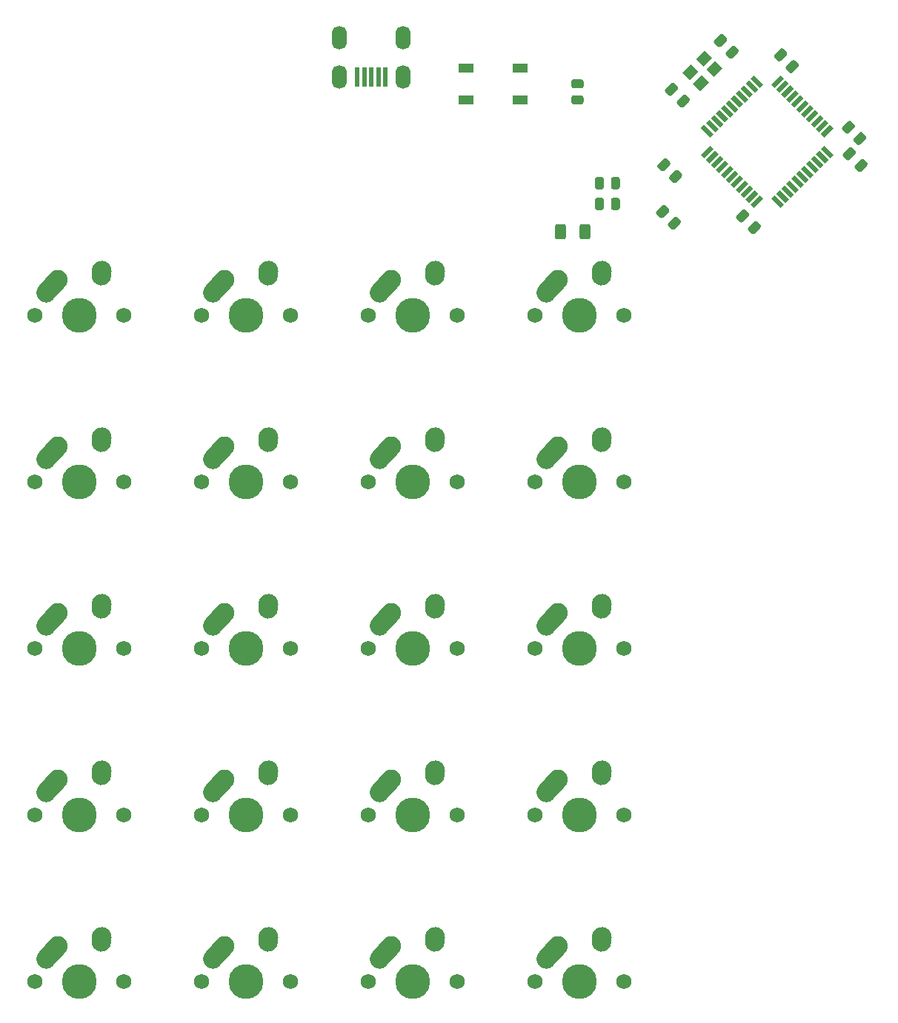
<source format=gbr>
%TF.GenerationSoftware,KiCad,Pcbnew,(5.1.9)-1*%
%TF.CreationDate,2021-04-12T01:02:27-04:00*%
%TF.ProjectId,Genesis Numpad,47656e65-7369-4732-904e-756d7061642e,rev?*%
%TF.SameCoordinates,Original*%
%TF.FileFunction,Soldermask,Bot*%
%TF.FilePolarity,Negative*%
%FSLAX46Y46*%
G04 Gerber Fmt 4.6, Leading zero omitted, Abs format (unit mm)*
G04 Created by KiCad (PCBNEW (5.1.9)-1) date 2021-04-12 01:02:27*
%MOMM*%
%LPD*%
G01*
G04 APERTURE LIST*
%ADD10C,0.100000*%
%ADD11O,1.700000X2.700000*%
%ADD12R,0.500000X2.250000*%
%ADD13R,1.800000X1.100000*%
%ADD14C,1.750000*%
%ADD15C,2.250000*%
%ADD16C,3.987800*%
G04 APERTURE END LIST*
D10*
%TO.C,Y1*%
G36*
X115899130Y-23723180D02*
G01*
X116747658Y-24571708D01*
X115757708Y-25561658D01*
X114909180Y-24713130D01*
X115899130Y-23723180D01*
G37*
G36*
X114343495Y-25278815D02*
G01*
X115192023Y-26127343D01*
X114202073Y-27117293D01*
X113353545Y-26268765D01*
X114343495Y-25278815D01*
G37*
G36*
X115545576Y-26480896D02*
G01*
X116394104Y-27329424D01*
X115404154Y-28319374D01*
X114555626Y-27470846D01*
X115545576Y-26480896D01*
G37*
G36*
X117101211Y-24925261D02*
G01*
X117949739Y-25773789D01*
X116959789Y-26763739D01*
X116111261Y-25915211D01*
X117101211Y-24925261D01*
G37*
%TD*%
D11*
%TO.C,USB1*%
X74137500Y-22225000D03*
X81437500Y-22225000D03*
X81437500Y-26725000D03*
X74137500Y-26725000D03*
D12*
X76187500Y-26725000D03*
X76987500Y-26725000D03*
X77787500Y-26725000D03*
X78587500Y-26725000D03*
X79387500Y-26725000D03*
%TD*%
D10*
%TO.C,U1*%
G36*
X123508548Y-40654310D02*
G01*
X123897456Y-40265402D01*
X124958116Y-41326062D01*
X124569208Y-41714970D01*
X123508548Y-40654310D01*
G37*
G36*
X124074233Y-40088624D02*
G01*
X124463141Y-39699716D01*
X125523801Y-40760376D01*
X125134893Y-41149284D01*
X124074233Y-40088624D01*
G37*
G36*
X124639918Y-39522939D02*
G01*
X125028826Y-39134031D01*
X126089486Y-40194691D01*
X125700578Y-40583599D01*
X124639918Y-39522939D01*
G37*
G36*
X125205604Y-38957254D02*
G01*
X125594512Y-38568346D01*
X126655172Y-39629006D01*
X126266264Y-40017914D01*
X125205604Y-38957254D01*
G37*
G36*
X125771289Y-38391568D02*
G01*
X126160197Y-38002660D01*
X127220857Y-39063320D01*
X126831949Y-39452228D01*
X125771289Y-38391568D01*
G37*
G36*
X126336975Y-37825883D02*
G01*
X126725883Y-37436975D01*
X127786543Y-38497635D01*
X127397635Y-38886543D01*
X126336975Y-37825883D01*
G37*
G36*
X126902660Y-37260197D02*
G01*
X127291568Y-36871289D01*
X128352228Y-37931949D01*
X127963320Y-38320857D01*
X126902660Y-37260197D01*
G37*
G36*
X127468346Y-36694512D02*
G01*
X127857254Y-36305604D01*
X128917914Y-37366264D01*
X128529006Y-37755172D01*
X127468346Y-36694512D01*
G37*
G36*
X128034031Y-36128826D02*
G01*
X128422939Y-35739918D01*
X129483599Y-36800578D01*
X129094691Y-37189486D01*
X128034031Y-36128826D01*
G37*
G36*
X128599716Y-35563141D02*
G01*
X128988624Y-35174233D01*
X130049284Y-36234893D01*
X129660376Y-36623801D01*
X128599716Y-35563141D01*
G37*
G36*
X129165402Y-34997456D02*
G01*
X129554310Y-34608548D01*
X130614970Y-35669208D01*
X130226062Y-36058116D01*
X129165402Y-34997456D01*
G37*
G36*
X129554310Y-33653952D02*
G01*
X129165402Y-33265044D01*
X130226062Y-32204384D01*
X130614970Y-32593292D01*
X129554310Y-33653952D01*
G37*
G36*
X128988624Y-33088267D02*
G01*
X128599716Y-32699359D01*
X129660376Y-31638699D01*
X130049284Y-32027607D01*
X128988624Y-33088267D01*
G37*
G36*
X128422939Y-32522582D02*
G01*
X128034031Y-32133674D01*
X129094691Y-31073014D01*
X129483599Y-31461922D01*
X128422939Y-32522582D01*
G37*
G36*
X127857254Y-31956896D02*
G01*
X127468346Y-31567988D01*
X128529006Y-30507328D01*
X128917914Y-30896236D01*
X127857254Y-31956896D01*
G37*
G36*
X127291568Y-31391211D02*
G01*
X126902660Y-31002303D01*
X127963320Y-29941643D01*
X128352228Y-30330551D01*
X127291568Y-31391211D01*
G37*
G36*
X126725883Y-30825525D02*
G01*
X126336975Y-30436617D01*
X127397635Y-29375957D01*
X127786543Y-29764865D01*
X126725883Y-30825525D01*
G37*
G36*
X126160197Y-30259840D02*
G01*
X125771289Y-29870932D01*
X126831949Y-28810272D01*
X127220857Y-29199180D01*
X126160197Y-30259840D01*
G37*
G36*
X125594512Y-29694154D02*
G01*
X125205604Y-29305246D01*
X126266264Y-28244586D01*
X126655172Y-28633494D01*
X125594512Y-29694154D01*
G37*
G36*
X125028826Y-29128469D02*
G01*
X124639918Y-28739561D01*
X125700578Y-27678901D01*
X126089486Y-28067809D01*
X125028826Y-29128469D01*
G37*
G36*
X124463141Y-28562784D02*
G01*
X124074233Y-28173876D01*
X125134893Y-27113216D01*
X125523801Y-27502124D01*
X124463141Y-28562784D01*
G37*
G36*
X123897456Y-27997098D02*
G01*
X123508548Y-27608190D01*
X124569208Y-26547530D01*
X124958116Y-26936438D01*
X123897456Y-27997098D01*
G37*
G36*
X121104384Y-26936438D02*
G01*
X121493292Y-26547530D01*
X122553952Y-27608190D01*
X122165044Y-27997098D01*
X121104384Y-26936438D01*
G37*
G36*
X120538699Y-27502124D02*
G01*
X120927607Y-27113216D01*
X121988267Y-28173876D01*
X121599359Y-28562784D01*
X120538699Y-27502124D01*
G37*
G36*
X119973014Y-28067809D02*
G01*
X120361922Y-27678901D01*
X121422582Y-28739561D01*
X121033674Y-29128469D01*
X119973014Y-28067809D01*
G37*
G36*
X119407328Y-28633494D02*
G01*
X119796236Y-28244586D01*
X120856896Y-29305246D01*
X120467988Y-29694154D01*
X119407328Y-28633494D01*
G37*
G36*
X118841643Y-29199180D02*
G01*
X119230551Y-28810272D01*
X120291211Y-29870932D01*
X119902303Y-30259840D01*
X118841643Y-29199180D01*
G37*
G36*
X118275957Y-29764865D02*
G01*
X118664865Y-29375957D01*
X119725525Y-30436617D01*
X119336617Y-30825525D01*
X118275957Y-29764865D01*
G37*
G36*
X117710272Y-30330551D02*
G01*
X118099180Y-29941643D01*
X119159840Y-31002303D01*
X118770932Y-31391211D01*
X117710272Y-30330551D01*
G37*
G36*
X117144586Y-30896236D02*
G01*
X117533494Y-30507328D01*
X118594154Y-31567988D01*
X118205246Y-31956896D01*
X117144586Y-30896236D01*
G37*
G36*
X116578901Y-31461922D02*
G01*
X116967809Y-31073014D01*
X118028469Y-32133674D01*
X117639561Y-32522582D01*
X116578901Y-31461922D01*
G37*
G36*
X116013216Y-32027607D02*
G01*
X116402124Y-31638699D01*
X117462784Y-32699359D01*
X117073876Y-33088267D01*
X116013216Y-32027607D01*
G37*
G36*
X115447530Y-32593292D02*
G01*
X115836438Y-32204384D01*
X116897098Y-33265044D01*
X116508190Y-33653952D01*
X115447530Y-32593292D01*
G37*
G36*
X115836438Y-36058116D02*
G01*
X115447530Y-35669208D01*
X116508190Y-34608548D01*
X116897098Y-34997456D01*
X115836438Y-36058116D01*
G37*
G36*
X116402124Y-36623801D02*
G01*
X116013216Y-36234893D01*
X117073876Y-35174233D01*
X117462784Y-35563141D01*
X116402124Y-36623801D01*
G37*
G36*
X116967809Y-37189486D02*
G01*
X116578901Y-36800578D01*
X117639561Y-35739918D01*
X118028469Y-36128826D01*
X116967809Y-37189486D01*
G37*
G36*
X117533494Y-37755172D02*
G01*
X117144586Y-37366264D01*
X118205246Y-36305604D01*
X118594154Y-36694512D01*
X117533494Y-37755172D01*
G37*
G36*
X118099180Y-38320857D02*
G01*
X117710272Y-37931949D01*
X118770932Y-36871289D01*
X119159840Y-37260197D01*
X118099180Y-38320857D01*
G37*
G36*
X118664865Y-38886543D02*
G01*
X118275957Y-38497635D01*
X119336617Y-37436975D01*
X119725525Y-37825883D01*
X118664865Y-38886543D01*
G37*
G36*
X119230551Y-39452228D02*
G01*
X118841643Y-39063320D01*
X119902303Y-38002660D01*
X120291211Y-38391568D01*
X119230551Y-39452228D01*
G37*
G36*
X119796236Y-40017914D02*
G01*
X119407328Y-39629006D01*
X120467988Y-38568346D01*
X120856896Y-38957254D01*
X119796236Y-40017914D01*
G37*
G36*
X120361922Y-40583599D02*
G01*
X119973014Y-40194691D01*
X121033674Y-39134031D01*
X121422582Y-39522939D01*
X120361922Y-40583599D01*
G37*
G36*
X120927607Y-41149284D02*
G01*
X120538699Y-40760376D01*
X121599359Y-39699716D01*
X121988267Y-40088624D01*
X120927607Y-41149284D01*
G37*
G36*
X121493292Y-41714970D02*
G01*
X121104384Y-41326062D01*
X122165044Y-40265402D01*
X122553952Y-40654310D01*
X121493292Y-41714970D01*
G37*
%TD*%
D13*
%TO.C,SW1*%
X94794000Y-29409000D03*
X88594000Y-25709000D03*
X94794000Y-25709000D03*
X88594000Y-29409000D03*
%TD*%
%TO.C,R4*%
G36*
G01*
X133004356Y-32545958D02*
X132367958Y-33182356D01*
G75*
G02*
X132014406Y-33182356I-176776J176776D01*
G01*
X131643174Y-32811124D01*
G75*
G02*
X131643174Y-32457572I176776J176776D01*
G01*
X132279572Y-31821174D01*
G75*
G02*
X132633124Y-31821174I176776J-176776D01*
G01*
X133004356Y-32192406D01*
G75*
G02*
X133004356Y-32545958I-176776J-176776D01*
G01*
G37*
G36*
G01*
X134294826Y-33836428D02*
X133658428Y-34472826D01*
G75*
G02*
X133304876Y-34472826I-176776J176776D01*
G01*
X132933644Y-34101594D01*
G75*
G02*
X132933644Y-33748042I176776J176776D01*
G01*
X133570042Y-33111644D01*
G75*
G02*
X133923594Y-33111644I176776J-176776D01*
G01*
X134294826Y-33482876D01*
G75*
G02*
X134294826Y-33836428I-176776J-176776D01*
G01*
G37*
%TD*%
%TO.C,R3*%
G36*
G01*
X100895999Y-28848000D02*
X101796001Y-28848000D01*
G75*
G02*
X102046000Y-29097999I0J-249999D01*
G01*
X102046000Y-29623001D01*
G75*
G02*
X101796001Y-29873000I-249999J0D01*
G01*
X100895999Y-29873000D01*
G75*
G02*
X100646000Y-29623001I0J249999D01*
G01*
X100646000Y-29097999D01*
G75*
G02*
X100895999Y-28848000I249999J0D01*
G01*
G37*
G36*
G01*
X100895999Y-27023000D02*
X101796001Y-27023000D01*
G75*
G02*
X102046000Y-27272999I0J-249999D01*
G01*
X102046000Y-27798001D01*
G75*
G02*
X101796001Y-28048000I-249999J0D01*
G01*
X100895999Y-28048000D01*
G75*
G02*
X100646000Y-27798001I0J249999D01*
G01*
X100646000Y-27272999D01*
G75*
G02*
X100895999Y-27023000I249999J0D01*
G01*
G37*
%TD*%
%TO.C,R2*%
G36*
G01*
X104375000Y-38443749D02*
X104375000Y-39343751D01*
G75*
G02*
X104125001Y-39593750I-249999J0D01*
G01*
X103599999Y-39593750D01*
G75*
G02*
X103350000Y-39343751I0J249999D01*
G01*
X103350000Y-38443749D01*
G75*
G02*
X103599999Y-38193750I249999J0D01*
G01*
X104125001Y-38193750D01*
G75*
G02*
X104375000Y-38443749I0J-249999D01*
G01*
G37*
G36*
G01*
X106200000Y-38443749D02*
X106200000Y-39343751D01*
G75*
G02*
X105950001Y-39593750I-249999J0D01*
G01*
X105424999Y-39593750D01*
G75*
G02*
X105175000Y-39343751I0J249999D01*
G01*
X105175000Y-38443749D01*
G75*
G02*
X105424999Y-38193750I249999J0D01*
G01*
X105950001Y-38193750D01*
G75*
G02*
X106200000Y-38443749I0J-249999D01*
G01*
G37*
%TD*%
%TO.C,R1*%
G36*
G01*
X104375000Y-40824999D02*
X104375000Y-41725001D01*
G75*
G02*
X104125001Y-41975000I-249999J0D01*
G01*
X103599999Y-41975000D01*
G75*
G02*
X103350000Y-41725001I0J249999D01*
G01*
X103350000Y-40824999D01*
G75*
G02*
X103599999Y-40575000I249999J0D01*
G01*
X104125001Y-40575000D01*
G75*
G02*
X104375000Y-40824999I0J-249999D01*
G01*
G37*
G36*
G01*
X106200000Y-40824999D02*
X106200000Y-41725001D01*
G75*
G02*
X105950001Y-41975000I-249999J0D01*
G01*
X105424999Y-41975000D01*
G75*
G02*
X105175000Y-41725001I0J249999D01*
G01*
X105175000Y-40824999D01*
G75*
G02*
X105424999Y-40575000I249999J0D01*
G01*
X105950001Y-40575000D01*
G75*
G02*
X106200000Y-40824999I0J-249999D01*
G01*
G37*
%TD*%
D14*
%TO.C,MX20*%
X106680000Y-130175000D03*
X96520000Y-130175000D03*
D15*
X99100000Y-126175000D03*
D16*
X101600000Y-130175000D03*
G36*
G01*
X97038688Y-128472350D02*
X97038683Y-128472345D01*
G75*
G02*
X96952655Y-126883683I751317J837345D01*
G01*
X98262657Y-125423683D01*
G75*
G02*
X99851319Y-125337655I837345J-751317D01*
G01*
X99851319Y-125337655D01*
G75*
G02*
X99937347Y-126926317I-751317J-837345D01*
G01*
X98627345Y-128386317D01*
G75*
G02*
X97038683Y-128472345I-837345J751317D01*
G01*
G37*
D15*
X104140000Y-125095000D03*
G36*
G01*
X104023483Y-126797395D02*
X104022597Y-126797334D01*
G75*
G02*
X102977666Y-125597597I77403J1122334D01*
G01*
X103017666Y-125017597D01*
G75*
G02*
X104217403Y-123972666I1122334J-77403D01*
G01*
X104217403Y-123972666D01*
G75*
G02*
X105262334Y-125172403I-77403J-1122334D01*
G01*
X105222334Y-125752403D01*
G75*
G02*
X104022597Y-126797334I-1122334J77403D01*
G01*
G37*
%TD*%
D14*
%TO.C,MX19*%
X106680000Y-111125000D03*
X96520000Y-111125000D03*
D15*
X99100000Y-107125000D03*
D16*
X101600000Y-111125000D03*
G36*
G01*
X97038688Y-109422350D02*
X97038683Y-109422345D01*
G75*
G02*
X96952655Y-107833683I751317J837345D01*
G01*
X98262657Y-106373683D01*
G75*
G02*
X99851319Y-106287655I837345J-751317D01*
G01*
X99851319Y-106287655D01*
G75*
G02*
X99937347Y-107876317I-751317J-837345D01*
G01*
X98627345Y-109336317D01*
G75*
G02*
X97038683Y-109422345I-837345J751317D01*
G01*
G37*
D15*
X104140000Y-106045000D03*
G36*
G01*
X104023483Y-107747395D02*
X104022597Y-107747334D01*
G75*
G02*
X102977666Y-106547597I77403J1122334D01*
G01*
X103017666Y-105967597D01*
G75*
G02*
X104217403Y-104922666I1122334J-77403D01*
G01*
X104217403Y-104922666D01*
G75*
G02*
X105262334Y-106122403I-77403J-1122334D01*
G01*
X105222334Y-106702403D01*
G75*
G02*
X104022597Y-107747334I-1122334J77403D01*
G01*
G37*
%TD*%
D14*
%TO.C,MX18*%
X106680000Y-92075000D03*
X96520000Y-92075000D03*
D15*
X99100000Y-88075000D03*
D16*
X101600000Y-92075000D03*
G36*
G01*
X97038688Y-90372350D02*
X97038683Y-90372345D01*
G75*
G02*
X96952655Y-88783683I751317J837345D01*
G01*
X98262657Y-87323683D01*
G75*
G02*
X99851319Y-87237655I837345J-751317D01*
G01*
X99851319Y-87237655D01*
G75*
G02*
X99937347Y-88826317I-751317J-837345D01*
G01*
X98627345Y-90286317D01*
G75*
G02*
X97038683Y-90372345I-837345J751317D01*
G01*
G37*
D15*
X104140000Y-86995000D03*
G36*
G01*
X104023483Y-88697395D02*
X104022597Y-88697334D01*
G75*
G02*
X102977666Y-87497597I77403J1122334D01*
G01*
X103017666Y-86917597D01*
G75*
G02*
X104217403Y-85872666I1122334J-77403D01*
G01*
X104217403Y-85872666D01*
G75*
G02*
X105262334Y-87072403I-77403J-1122334D01*
G01*
X105222334Y-87652403D01*
G75*
G02*
X104022597Y-88697334I-1122334J77403D01*
G01*
G37*
%TD*%
D14*
%TO.C,MX17*%
X106680000Y-73025000D03*
X96520000Y-73025000D03*
D15*
X99100000Y-69025000D03*
D16*
X101600000Y-73025000D03*
G36*
G01*
X97038688Y-71322350D02*
X97038683Y-71322345D01*
G75*
G02*
X96952655Y-69733683I751317J837345D01*
G01*
X98262657Y-68273683D01*
G75*
G02*
X99851319Y-68187655I837345J-751317D01*
G01*
X99851319Y-68187655D01*
G75*
G02*
X99937347Y-69776317I-751317J-837345D01*
G01*
X98627345Y-71236317D01*
G75*
G02*
X97038683Y-71322345I-837345J751317D01*
G01*
G37*
D15*
X104140000Y-67945000D03*
G36*
G01*
X104023483Y-69647395D02*
X104022597Y-69647334D01*
G75*
G02*
X102977666Y-68447597I77403J1122334D01*
G01*
X103017666Y-67867597D01*
G75*
G02*
X104217403Y-66822666I1122334J-77403D01*
G01*
X104217403Y-66822666D01*
G75*
G02*
X105262334Y-68022403I-77403J-1122334D01*
G01*
X105222334Y-68602403D01*
G75*
G02*
X104022597Y-69647334I-1122334J77403D01*
G01*
G37*
%TD*%
D14*
%TO.C,MX16*%
X106680000Y-53975000D03*
X96520000Y-53975000D03*
D15*
X99100000Y-49975000D03*
D16*
X101600000Y-53975000D03*
G36*
G01*
X97038688Y-52272350D02*
X97038683Y-52272345D01*
G75*
G02*
X96952655Y-50683683I751317J837345D01*
G01*
X98262657Y-49223683D01*
G75*
G02*
X99851319Y-49137655I837345J-751317D01*
G01*
X99851319Y-49137655D01*
G75*
G02*
X99937347Y-50726317I-751317J-837345D01*
G01*
X98627345Y-52186317D01*
G75*
G02*
X97038683Y-52272345I-837345J751317D01*
G01*
G37*
D15*
X104140000Y-48895000D03*
G36*
G01*
X104023483Y-50597395D02*
X104022597Y-50597334D01*
G75*
G02*
X102977666Y-49397597I77403J1122334D01*
G01*
X103017666Y-48817597D01*
G75*
G02*
X104217403Y-47772666I1122334J-77403D01*
G01*
X104217403Y-47772666D01*
G75*
G02*
X105262334Y-48972403I-77403J-1122334D01*
G01*
X105222334Y-49552403D01*
G75*
G02*
X104022597Y-50597334I-1122334J77403D01*
G01*
G37*
%TD*%
D14*
%TO.C,MX15*%
X87630000Y-130175000D03*
X77470000Y-130175000D03*
D15*
X80050000Y-126175000D03*
D16*
X82550000Y-130175000D03*
G36*
G01*
X77988688Y-128472350D02*
X77988683Y-128472345D01*
G75*
G02*
X77902655Y-126883683I751317J837345D01*
G01*
X79212657Y-125423683D01*
G75*
G02*
X80801319Y-125337655I837345J-751317D01*
G01*
X80801319Y-125337655D01*
G75*
G02*
X80887347Y-126926317I-751317J-837345D01*
G01*
X79577345Y-128386317D01*
G75*
G02*
X77988683Y-128472345I-837345J751317D01*
G01*
G37*
D15*
X85090000Y-125095000D03*
G36*
G01*
X84973483Y-126797395D02*
X84972597Y-126797334D01*
G75*
G02*
X83927666Y-125597597I77403J1122334D01*
G01*
X83967666Y-125017597D01*
G75*
G02*
X85167403Y-123972666I1122334J-77403D01*
G01*
X85167403Y-123972666D01*
G75*
G02*
X86212334Y-125172403I-77403J-1122334D01*
G01*
X86172334Y-125752403D01*
G75*
G02*
X84972597Y-126797334I-1122334J77403D01*
G01*
G37*
%TD*%
D14*
%TO.C,MX14*%
X87630000Y-111125000D03*
X77470000Y-111125000D03*
D15*
X80050000Y-107125000D03*
D16*
X82550000Y-111125000D03*
G36*
G01*
X77988688Y-109422350D02*
X77988683Y-109422345D01*
G75*
G02*
X77902655Y-107833683I751317J837345D01*
G01*
X79212657Y-106373683D01*
G75*
G02*
X80801319Y-106287655I837345J-751317D01*
G01*
X80801319Y-106287655D01*
G75*
G02*
X80887347Y-107876317I-751317J-837345D01*
G01*
X79577345Y-109336317D01*
G75*
G02*
X77988683Y-109422345I-837345J751317D01*
G01*
G37*
D15*
X85090000Y-106045000D03*
G36*
G01*
X84973483Y-107747395D02*
X84972597Y-107747334D01*
G75*
G02*
X83927666Y-106547597I77403J1122334D01*
G01*
X83967666Y-105967597D01*
G75*
G02*
X85167403Y-104922666I1122334J-77403D01*
G01*
X85167403Y-104922666D01*
G75*
G02*
X86212334Y-106122403I-77403J-1122334D01*
G01*
X86172334Y-106702403D01*
G75*
G02*
X84972597Y-107747334I-1122334J77403D01*
G01*
G37*
%TD*%
D14*
%TO.C,MX13*%
X87630000Y-92075000D03*
X77470000Y-92075000D03*
D15*
X80050000Y-88075000D03*
D16*
X82550000Y-92075000D03*
G36*
G01*
X77988688Y-90372350D02*
X77988683Y-90372345D01*
G75*
G02*
X77902655Y-88783683I751317J837345D01*
G01*
X79212657Y-87323683D01*
G75*
G02*
X80801319Y-87237655I837345J-751317D01*
G01*
X80801319Y-87237655D01*
G75*
G02*
X80887347Y-88826317I-751317J-837345D01*
G01*
X79577345Y-90286317D01*
G75*
G02*
X77988683Y-90372345I-837345J751317D01*
G01*
G37*
D15*
X85090000Y-86995000D03*
G36*
G01*
X84973483Y-88697395D02*
X84972597Y-88697334D01*
G75*
G02*
X83927666Y-87497597I77403J1122334D01*
G01*
X83967666Y-86917597D01*
G75*
G02*
X85167403Y-85872666I1122334J-77403D01*
G01*
X85167403Y-85872666D01*
G75*
G02*
X86212334Y-87072403I-77403J-1122334D01*
G01*
X86172334Y-87652403D01*
G75*
G02*
X84972597Y-88697334I-1122334J77403D01*
G01*
G37*
%TD*%
D14*
%TO.C,MX12*%
X87630000Y-73025000D03*
X77470000Y-73025000D03*
D15*
X80050000Y-69025000D03*
D16*
X82550000Y-73025000D03*
G36*
G01*
X77988688Y-71322350D02*
X77988683Y-71322345D01*
G75*
G02*
X77902655Y-69733683I751317J837345D01*
G01*
X79212657Y-68273683D01*
G75*
G02*
X80801319Y-68187655I837345J-751317D01*
G01*
X80801319Y-68187655D01*
G75*
G02*
X80887347Y-69776317I-751317J-837345D01*
G01*
X79577345Y-71236317D01*
G75*
G02*
X77988683Y-71322345I-837345J751317D01*
G01*
G37*
D15*
X85090000Y-67945000D03*
G36*
G01*
X84973483Y-69647395D02*
X84972597Y-69647334D01*
G75*
G02*
X83927666Y-68447597I77403J1122334D01*
G01*
X83967666Y-67867597D01*
G75*
G02*
X85167403Y-66822666I1122334J-77403D01*
G01*
X85167403Y-66822666D01*
G75*
G02*
X86212334Y-68022403I-77403J-1122334D01*
G01*
X86172334Y-68602403D01*
G75*
G02*
X84972597Y-69647334I-1122334J77403D01*
G01*
G37*
%TD*%
D14*
%TO.C,MX11*%
X87630000Y-53975000D03*
X77470000Y-53975000D03*
D15*
X80050000Y-49975000D03*
D16*
X82550000Y-53975000D03*
G36*
G01*
X77988688Y-52272350D02*
X77988683Y-52272345D01*
G75*
G02*
X77902655Y-50683683I751317J837345D01*
G01*
X79212657Y-49223683D01*
G75*
G02*
X80801319Y-49137655I837345J-751317D01*
G01*
X80801319Y-49137655D01*
G75*
G02*
X80887347Y-50726317I-751317J-837345D01*
G01*
X79577345Y-52186317D01*
G75*
G02*
X77988683Y-52272345I-837345J751317D01*
G01*
G37*
D15*
X85090000Y-48895000D03*
G36*
G01*
X84973483Y-50597395D02*
X84972597Y-50597334D01*
G75*
G02*
X83927666Y-49397597I77403J1122334D01*
G01*
X83967666Y-48817597D01*
G75*
G02*
X85167403Y-47772666I1122334J-77403D01*
G01*
X85167403Y-47772666D01*
G75*
G02*
X86212334Y-48972403I-77403J-1122334D01*
G01*
X86172334Y-49552403D01*
G75*
G02*
X84972597Y-50597334I-1122334J77403D01*
G01*
G37*
%TD*%
D14*
%TO.C,MX10*%
X68580000Y-130175000D03*
X58420000Y-130175000D03*
D15*
X61000000Y-126175000D03*
D16*
X63500000Y-130175000D03*
G36*
G01*
X58938688Y-128472350D02*
X58938683Y-128472345D01*
G75*
G02*
X58852655Y-126883683I751317J837345D01*
G01*
X60162657Y-125423683D01*
G75*
G02*
X61751319Y-125337655I837345J-751317D01*
G01*
X61751319Y-125337655D01*
G75*
G02*
X61837347Y-126926317I-751317J-837345D01*
G01*
X60527345Y-128386317D01*
G75*
G02*
X58938683Y-128472345I-837345J751317D01*
G01*
G37*
D15*
X66040000Y-125095000D03*
G36*
G01*
X65923483Y-126797395D02*
X65922597Y-126797334D01*
G75*
G02*
X64877666Y-125597597I77403J1122334D01*
G01*
X64917666Y-125017597D01*
G75*
G02*
X66117403Y-123972666I1122334J-77403D01*
G01*
X66117403Y-123972666D01*
G75*
G02*
X67162334Y-125172403I-77403J-1122334D01*
G01*
X67122334Y-125752403D01*
G75*
G02*
X65922597Y-126797334I-1122334J77403D01*
G01*
G37*
%TD*%
D14*
%TO.C,MX9*%
X68580000Y-111125000D03*
X58420000Y-111125000D03*
D15*
X61000000Y-107125000D03*
D16*
X63500000Y-111125000D03*
G36*
G01*
X58938688Y-109422350D02*
X58938683Y-109422345D01*
G75*
G02*
X58852655Y-107833683I751317J837345D01*
G01*
X60162657Y-106373683D01*
G75*
G02*
X61751319Y-106287655I837345J-751317D01*
G01*
X61751319Y-106287655D01*
G75*
G02*
X61837347Y-107876317I-751317J-837345D01*
G01*
X60527345Y-109336317D01*
G75*
G02*
X58938683Y-109422345I-837345J751317D01*
G01*
G37*
D15*
X66040000Y-106045000D03*
G36*
G01*
X65923483Y-107747395D02*
X65922597Y-107747334D01*
G75*
G02*
X64877666Y-106547597I77403J1122334D01*
G01*
X64917666Y-105967597D01*
G75*
G02*
X66117403Y-104922666I1122334J-77403D01*
G01*
X66117403Y-104922666D01*
G75*
G02*
X67162334Y-106122403I-77403J-1122334D01*
G01*
X67122334Y-106702403D01*
G75*
G02*
X65922597Y-107747334I-1122334J77403D01*
G01*
G37*
%TD*%
D14*
%TO.C,MX8*%
X68580000Y-92075000D03*
X58420000Y-92075000D03*
D15*
X61000000Y-88075000D03*
D16*
X63500000Y-92075000D03*
G36*
G01*
X58938688Y-90372350D02*
X58938683Y-90372345D01*
G75*
G02*
X58852655Y-88783683I751317J837345D01*
G01*
X60162657Y-87323683D01*
G75*
G02*
X61751319Y-87237655I837345J-751317D01*
G01*
X61751319Y-87237655D01*
G75*
G02*
X61837347Y-88826317I-751317J-837345D01*
G01*
X60527345Y-90286317D01*
G75*
G02*
X58938683Y-90372345I-837345J751317D01*
G01*
G37*
D15*
X66040000Y-86995000D03*
G36*
G01*
X65923483Y-88697395D02*
X65922597Y-88697334D01*
G75*
G02*
X64877666Y-87497597I77403J1122334D01*
G01*
X64917666Y-86917597D01*
G75*
G02*
X66117403Y-85872666I1122334J-77403D01*
G01*
X66117403Y-85872666D01*
G75*
G02*
X67162334Y-87072403I-77403J-1122334D01*
G01*
X67122334Y-87652403D01*
G75*
G02*
X65922597Y-88697334I-1122334J77403D01*
G01*
G37*
%TD*%
D14*
%TO.C,MX7*%
X68580000Y-73025000D03*
X58420000Y-73025000D03*
D15*
X61000000Y-69025000D03*
D16*
X63500000Y-73025000D03*
G36*
G01*
X58938688Y-71322350D02*
X58938683Y-71322345D01*
G75*
G02*
X58852655Y-69733683I751317J837345D01*
G01*
X60162657Y-68273683D01*
G75*
G02*
X61751319Y-68187655I837345J-751317D01*
G01*
X61751319Y-68187655D01*
G75*
G02*
X61837347Y-69776317I-751317J-837345D01*
G01*
X60527345Y-71236317D01*
G75*
G02*
X58938683Y-71322345I-837345J751317D01*
G01*
G37*
D15*
X66040000Y-67945000D03*
G36*
G01*
X65923483Y-69647395D02*
X65922597Y-69647334D01*
G75*
G02*
X64877666Y-68447597I77403J1122334D01*
G01*
X64917666Y-67867597D01*
G75*
G02*
X66117403Y-66822666I1122334J-77403D01*
G01*
X66117403Y-66822666D01*
G75*
G02*
X67162334Y-68022403I-77403J-1122334D01*
G01*
X67122334Y-68602403D01*
G75*
G02*
X65922597Y-69647334I-1122334J77403D01*
G01*
G37*
%TD*%
D14*
%TO.C,MX6*%
X68580000Y-53975000D03*
X58420000Y-53975000D03*
D15*
X61000000Y-49975000D03*
D16*
X63500000Y-53975000D03*
G36*
G01*
X58938688Y-52272350D02*
X58938683Y-52272345D01*
G75*
G02*
X58852655Y-50683683I751317J837345D01*
G01*
X60162657Y-49223683D01*
G75*
G02*
X61751319Y-49137655I837345J-751317D01*
G01*
X61751319Y-49137655D01*
G75*
G02*
X61837347Y-50726317I-751317J-837345D01*
G01*
X60527345Y-52186317D01*
G75*
G02*
X58938683Y-52272345I-837345J751317D01*
G01*
G37*
D15*
X66040000Y-48895000D03*
G36*
G01*
X65923483Y-50597395D02*
X65922597Y-50597334D01*
G75*
G02*
X64877666Y-49397597I77403J1122334D01*
G01*
X64917666Y-48817597D01*
G75*
G02*
X66117403Y-47772666I1122334J-77403D01*
G01*
X66117403Y-47772666D01*
G75*
G02*
X67162334Y-48972403I-77403J-1122334D01*
G01*
X67122334Y-49552403D01*
G75*
G02*
X65922597Y-50597334I-1122334J77403D01*
G01*
G37*
%TD*%
D14*
%TO.C,MX5*%
X49530000Y-130175000D03*
X39370000Y-130175000D03*
D15*
X41950000Y-126175000D03*
D16*
X44450000Y-130175000D03*
G36*
G01*
X39888688Y-128472350D02*
X39888683Y-128472345D01*
G75*
G02*
X39802655Y-126883683I751317J837345D01*
G01*
X41112657Y-125423683D01*
G75*
G02*
X42701319Y-125337655I837345J-751317D01*
G01*
X42701319Y-125337655D01*
G75*
G02*
X42787347Y-126926317I-751317J-837345D01*
G01*
X41477345Y-128386317D01*
G75*
G02*
X39888683Y-128472345I-837345J751317D01*
G01*
G37*
D15*
X46990000Y-125095000D03*
G36*
G01*
X46873483Y-126797395D02*
X46872597Y-126797334D01*
G75*
G02*
X45827666Y-125597597I77403J1122334D01*
G01*
X45867666Y-125017597D01*
G75*
G02*
X47067403Y-123972666I1122334J-77403D01*
G01*
X47067403Y-123972666D01*
G75*
G02*
X48112334Y-125172403I-77403J-1122334D01*
G01*
X48072334Y-125752403D01*
G75*
G02*
X46872597Y-126797334I-1122334J77403D01*
G01*
G37*
%TD*%
D14*
%TO.C,MX4*%
X49530000Y-111125000D03*
X39370000Y-111125000D03*
D15*
X41950000Y-107125000D03*
D16*
X44450000Y-111125000D03*
G36*
G01*
X39888688Y-109422350D02*
X39888683Y-109422345D01*
G75*
G02*
X39802655Y-107833683I751317J837345D01*
G01*
X41112657Y-106373683D01*
G75*
G02*
X42701319Y-106287655I837345J-751317D01*
G01*
X42701319Y-106287655D01*
G75*
G02*
X42787347Y-107876317I-751317J-837345D01*
G01*
X41477345Y-109336317D01*
G75*
G02*
X39888683Y-109422345I-837345J751317D01*
G01*
G37*
D15*
X46990000Y-106045000D03*
G36*
G01*
X46873483Y-107747395D02*
X46872597Y-107747334D01*
G75*
G02*
X45827666Y-106547597I77403J1122334D01*
G01*
X45867666Y-105967597D01*
G75*
G02*
X47067403Y-104922666I1122334J-77403D01*
G01*
X47067403Y-104922666D01*
G75*
G02*
X48112334Y-106122403I-77403J-1122334D01*
G01*
X48072334Y-106702403D01*
G75*
G02*
X46872597Y-107747334I-1122334J77403D01*
G01*
G37*
%TD*%
D14*
%TO.C,MX3*%
X49530000Y-92075000D03*
X39370000Y-92075000D03*
D15*
X41950000Y-88075000D03*
D16*
X44450000Y-92075000D03*
G36*
G01*
X39888688Y-90372350D02*
X39888683Y-90372345D01*
G75*
G02*
X39802655Y-88783683I751317J837345D01*
G01*
X41112657Y-87323683D01*
G75*
G02*
X42701319Y-87237655I837345J-751317D01*
G01*
X42701319Y-87237655D01*
G75*
G02*
X42787347Y-88826317I-751317J-837345D01*
G01*
X41477345Y-90286317D01*
G75*
G02*
X39888683Y-90372345I-837345J751317D01*
G01*
G37*
D15*
X46990000Y-86995000D03*
G36*
G01*
X46873483Y-88697395D02*
X46872597Y-88697334D01*
G75*
G02*
X45827666Y-87497597I77403J1122334D01*
G01*
X45867666Y-86917597D01*
G75*
G02*
X47067403Y-85872666I1122334J-77403D01*
G01*
X47067403Y-85872666D01*
G75*
G02*
X48112334Y-87072403I-77403J-1122334D01*
G01*
X48072334Y-87652403D01*
G75*
G02*
X46872597Y-88697334I-1122334J77403D01*
G01*
G37*
%TD*%
D14*
%TO.C,MX2*%
X49530000Y-73025000D03*
X39370000Y-73025000D03*
D15*
X41950000Y-69025000D03*
D16*
X44450000Y-73025000D03*
G36*
G01*
X39888688Y-71322350D02*
X39888683Y-71322345D01*
G75*
G02*
X39802655Y-69733683I751317J837345D01*
G01*
X41112657Y-68273683D01*
G75*
G02*
X42701319Y-68187655I837345J-751317D01*
G01*
X42701319Y-68187655D01*
G75*
G02*
X42787347Y-69776317I-751317J-837345D01*
G01*
X41477345Y-71236317D01*
G75*
G02*
X39888683Y-71322345I-837345J751317D01*
G01*
G37*
D15*
X46990000Y-67945000D03*
G36*
G01*
X46873483Y-69647395D02*
X46872597Y-69647334D01*
G75*
G02*
X45827666Y-68447597I77403J1122334D01*
G01*
X45867666Y-67867597D01*
G75*
G02*
X47067403Y-66822666I1122334J-77403D01*
G01*
X47067403Y-66822666D01*
G75*
G02*
X48112334Y-68022403I-77403J-1122334D01*
G01*
X48072334Y-68602403D01*
G75*
G02*
X46872597Y-69647334I-1122334J77403D01*
G01*
G37*
%TD*%
D14*
%TO.C,MX1*%
X49530000Y-53975000D03*
X39370000Y-53975000D03*
D15*
X41950000Y-49975000D03*
D16*
X44450000Y-53975000D03*
G36*
G01*
X39888688Y-52272350D02*
X39888683Y-52272345D01*
G75*
G02*
X39802655Y-50683683I751317J837345D01*
G01*
X41112657Y-49223683D01*
G75*
G02*
X42701319Y-49137655I837345J-751317D01*
G01*
X42701319Y-49137655D01*
G75*
G02*
X42787347Y-50726317I-751317J-837345D01*
G01*
X41477345Y-52186317D01*
G75*
G02*
X39888683Y-52272345I-837345J751317D01*
G01*
G37*
D15*
X46990000Y-48895000D03*
G36*
G01*
X46873483Y-50597395D02*
X46872597Y-50597334D01*
G75*
G02*
X45827666Y-49397597I77403J1122334D01*
G01*
X45867666Y-48817597D01*
G75*
G02*
X47067403Y-47772666I1122334J-77403D01*
G01*
X47067403Y-47772666D01*
G75*
G02*
X48112334Y-48972403I-77403J-1122334D01*
G01*
X48072334Y-49552403D01*
G75*
G02*
X46872597Y-50597334I-1122334J77403D01*
G01*
G37*
%TD*%
%TO.C,F1*%
G36*
G01*
X100031250Y-43825000D02*
X100031250Y-45075000D01*
G75*
G02*
X99781250Y-45325000I-250000J0D01*
G01*
X99031250Y-45325000D01*
G75*
G02*
X98781250Y-45075000I0J250000D01*
G01*
X98781250Y-43825000D01*
G75*
G02*
X99031250Y-43575000I250000J0D01*
G01*
X99781250Y-43575000D01*
G75*
G02*
X100031250Y-43825000I0J-250000D01*
G01*
G37*
G36*
G01*
X102831250Y-43825000D02*
X102831250Y-45075000D01*
G75*
G02*
X102581250Y-45325000I-250000J0D01*
G01*
X101831250Y-45325000D01*
G75*
G02*
X101581250Y-45075000I0J250000D01*
G01*
X101581250Y-43825000D01*
G75*
G02*
X101831250Y-43575000I250000J0D01*
G01*
X102581250Y-43575000D01*
G75*
G02*
X102831250Y-43825000I0J-250000D01*
G01*
G37*
%TD*%
%TO.C,C7*%
G36*
G01*
X111904678Y-36810927D02*
X111232927Y-37482678D01*
G75*
G02*
X110879373Y-37482678I-176777J176777D01*
G01*
X110525820Y-37129125D01*
G75*
G02*
X110525820Y-36775571I176777J176777D01*
G01*
X111197571Y-36103820D01*
G75*
G02*
X111551125Y-36103820I176777J-176777D01*
G01*
X111904678Y-36457373D01*
G75*
G02*
X111904678Y-36810927I-176777J-176777D01*
G01*
G37*
G36*
G01*
X113248180Y-38154429D02*
X112576429Y-38826180D01*
G75*
G02*
X112222875Y-38826180I-176777J176777D01*
G01*
X111869322Y-38472627D01*
G75*
G02*
X111869322Y-38119073I176777J176777D01*
G01*
X112541073Y-37447322D01*
G75*
G02*
X112894627Y-37447322I176777J-176777D01*
G01*
X113248180Y-37800875D01*
G75*
G02*
X113248180Y-38154429I-176777J-176777D01*
G01*
G37*
%TD*%
%TO.C,C6*%
G36*
G01*
X111777678Y-42144927D02*
X111105927Y-42816678D01*
G75*
G02*
X110752373Y-42816678I-176777J176777D01*
G01*
X110398820Y-42463125D01*
G75*
G02*
X110398820Y-42109571I176777J176777D01*
G01*
X111070571Y-41437820D01*
G75*
G02*
X111424125Y-41437820I176777J-176777D01*
G01*
X111777678Y-41791373D01*
G75*
G02*
X111777678Y-42144927I-176777J-176777D01*
G01*
G37*
G36*
G01*
X113121180Y-43488429D02*
X112449429Y-44160180D01*
G75*
G02*
X112095875Y-44160180I-176777J176777D01*
G01*
X111742322Y-43806627D01*
G75*
G02*
X111742322Y-43453073I176777J176777D01*
G01*
X112414073Y-42781322D01*
G75*
G02*
X112767627Y-42781322I176777J-176777D01*
G01*
X113121180Y-43134875D01*
G75*
G02*
X113121180Y-43488429I-176777J-176777D01*
G01*
G37*
%TD*%
%TO.C,C5*%
G36*
G01*
X120886322Y-43961073D02*
X121558073Y-43289322D01*
G75*
G02*
X121911627Y-43289322I176777J-176777D01*
G01*
X122265180Y-43642875D01*
G75*
G02*
X122265180Y-43996429I-176777J-176777D01*
G01*
X121593429Y-44668180D01*
G75*
G02*
X121239875Y-44668180I-176777J176777D01*
G01*
X120886322Y-44314627D01*
G75*
G02*
X120886322Y-43961073I176777J176777D01*
G01*
G37*
G36*
G01*
X119542820Y-42617571D02*
X120214571Y-41945820D01*
G75*
G02*
X120568125Y-41945820I176777J-176777D01*
G01*
X120921678Y-42299373D01*
G75*
G02*
X120921678Y-42652927I-176777J-176777D01*
G01*
X120249927Y-43324678D01*
G75*
G02*
X119896373Y-43324678I-176777J176777D01*
G01*
X119542820Y-42971125D01*
G75*
G02*
X119542820Y-42617571I176777J176777D01*
G01*
G37*
%TD*%
%TO.C,C4*%
G36*
G01*
X112758322Y-29483073D02*
X113430073Y-28811322D01*
G75*
G02*
X113783627Y-28811322I176777J-176777D01*
G01*
X114137180Y-29164875D01*
G75*
G02*
X114137180Y-29518429I-176777J-176777D01*
G01*
X113465429Y-30190180D01*
G75*
G02*
X113111875Y-30190180I-176777J176777D01*
G01*
X112758322Y-29836627D01*
G75*
G02*
X112758322Y-29483073I176777J176777D01*
G01*
G37*
G36*
G01*
X111414820Y-28139571D02*
X112086571Y-27467820D01*
G75*
G02*
X112440125Y-27467820I176777J-176777D01*
G01*
X112793678Y-27821373D01*
G75*
G02*
X112793678Y-28174927I-176777J-176777D01*
G01*
X112121927Y-28846678D01*
G75*
G02*
X111768373Y-28846678I-176777J176777D01*
G01*
X111414820Y-28493125D01*
G75*
G02*
X111414820Y-28139571I176777J176777D01*
G01*
G37*
%TD*%
%TO.C,C3*%
G36*
G01*
X118381678Y-22586927D02*
X117709927Y-23258678D01*
G75*
G02*
X117356373Y-23258678I-176777J176777D01*
G01*
X117002820Y-22905125D01*
G75*
G02*
X117002820Y-22551571I176777J176777D01*
G01*
X117674571Y-21879820D01*
G75*
G02*
X118028125Y-21879820I176777J-176777D01*
G01*
X118381678Y-22233373D01*
G75*
G02*
X118381678Y-22586927I-176777J-176777D01*
G01*
G37*
G36*
G01*
X119725180Y-23930429D02*
X119053429Y-24602180D01*
G75*
G02*
X118699875Y-24602180I-176777J176777D01*
G01*
X118346322Y-24248627D01*
G75*
G02*
X118346322Y-23895073I176777J176777D01*
G01*
X119018073Y-23223322D01*
G75*
G02*
X119371627Y-23223322I176777J-176777D01*
G01*
X119725180Y-23576875D01*
G75*
G02*
X119725180Y-23930429I-176777J-176777D01*
G01*
G37*
%TD*%
%TO.C,C2*%
G36*
G01*
X133078322Y-36849073D02*
X133750073Y-36177322D01*
G75*
G02*
X134103627Y-36177322I176777J-176777D01*
G01*
X134457180Y-36530875D01*
G75*
G02*
X134457180Y-36884429I-176777J-176777D01*
G01*
X133785429Y-37556180D01*
G75*
G02*
X133431875Y-37556180I-176777J176777D01*
G01*
X133078322Y-37202627D01*
G75*
G02*
X133078322Y-36849073I176777J176777D01*
G01*
G37*
G36*
G01*
X131734820Y-35505571D02*
X132406571Y-34833820D01*
G75*
G02*
X132760125Y-34833820I176777J-176777D01*
G01*
X133113678Y-35187373D01*
G75*
G02*
X133113678Y-35540927I-176777J-176777D01*
G01*
X132441927Y-36212678D01*
G75*
G02*
X132088373Y-36212678I-176777J176777D01*
G01*
X131734820Y-35859125D01*
G75*
G02*
X131734820Y-35505571I176777J176777D01*
G01*
G37*
%TD*%
%TO.C,C1*%
G36*
G01*
X125239678Y-24237927D02*
X124567927Y-24909678D01*
G75*
G02*
X124214373Y-24909678I-176777J176777D01*
G01*
X123860820Y-24556125D01*
G75*
G02*
X123860820Y-24202571I176777J176777D01*
G01*
X124532571Y-23530820D01*
G75*
G02*
X124886125Y-23530820I176777J-176777D01*
G01*
X125239678Y-23884373D01*
G75*
G02*
X125239678Y-24237927I-176777J-176777D01*
G01*
G37*
G36*
G01*
X126583180Y-25581429D02*
X125911429Y-26253180D01*
G75*
G02*
X125557875Y-26253180I-176777J176777D01*
G01*
X125204322Y-25899627D01*
G75*
G02*
X125204322Y-25546073I176777J176777D01*
G01*
X125876073Y-24874322D01*
G75*
G02*
X126229627Y-24874322I176777J-176777D01*
G01*
X126583180Y-25227875D01*
G75*
G02*
X126583180Y-25581429I-176777J-176777D01*
G01*
G37*
%TD*%
M02*

</source>
